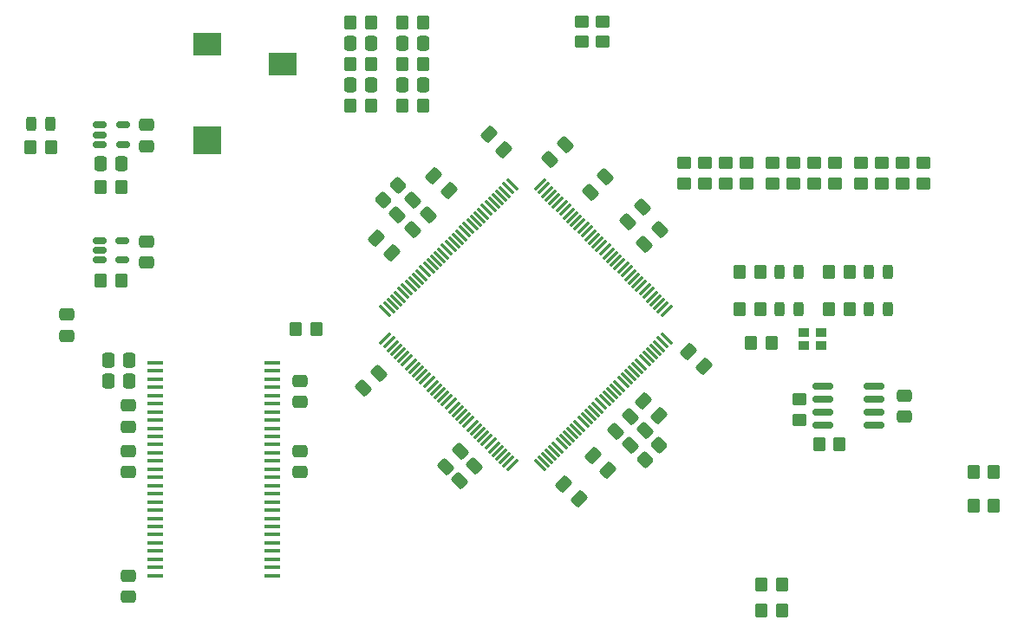
<source format=gbr>
%TF.GenerationSoftware,KiCad,Pcbnew,8.0.7*%
%TF.CreationDate,2025-01-22T16:06:57-05:00*%
%TF.ProjectId,vaudeo,76617564-656f-42e6-9b69-6361645f7063,rev?*%
%TF.SameCoordinates,Original*%
%TF.FileFunction,Paste,Top*%
%TF.FilePolarity,Positive*%
%FSLAX46Y46*%
G04 Gerber Fmt 4.6, Leading zero omitted, Abs format (unit mm)*
G04 Created by KiCad (PCBNEW 8.0.7) date 2025-01-22 16:06:57*
%MOMM*%
%LPD*%
G01*
G04 APERTURE LIST*
G04 Aperture macros list*
%AMRoundRect*
0 Rectangle with rounded corners*
0 $1 Rounding radius*
0 $2 $3 $4 $5 $6 $7 $8 $9 X,Y pos of 4 corners*
0 Add a 4 corners polygon primitive as box body*
4,1,4,$2,$3,$4,$5,$6,$7,$8,$9,$2,$3,0*
0 Add four circle primitives for the rounded corners*
1,1,$1+$1,$2,$3*
1,1,$1+$1,$4,$5*
1,1,$1+$1,$6,$7*
1,1,$1+$1,$8,$9*
0 Add four rect primitives between the rounded corners*
20,1,$1+$1,$2,$3,$4,$5,0*
20,1,$1+$1,$4,$5,$6,$7,0*
20,1,$1+$1,$6,$7,$8,$9,0*
20,1,$1+$1,$8,$9,$2,$3,0*%
G04 Aperture macros list end*
%ADD10RoundRect,0.250000X0.350000X0.450000X-0.350000X0.450000X-0.350000X-0.450000X0.350000X-0.450000X0*%
%ADD11RoundRect,0.250000X0.574524X0.097227X0.097227X0.574524X-0.574524X-0.097227X-0.097227X-0.574524X0*%
%ADD12RoundRect,0.250000X0.450000X-0.350000X0.450000X0.350000X-0.450000X0.350000X-0.450000X-0.350000X0*%
%ADD13RoundRect,0.250000X0.070711X-0.565685X0.565685X-0.070711X-0.070711X0.565685X-0.565685X0.070711X0*%
%ADD14RoundRect,0.250000X-0.475000X0.337500X-0.475000X-0.337500X0.475000X-0.337500X0.475000X0.337500X0*%
%ADD15RoundRect,0.243750X-0.243750X-0.456250X0.243750X-0.456250X0.243750X0.456250X-0.243750X0.456250X0*%
%ADD16RoundRect,0.250000X-0.450000X0.350000X-0.450000X-0.350000X0.450000X-0.350000X0.450000X0.350000X0*%
%ADD17RoundRect,0.250000X-0.350000X-0.450000X0.350000X-0.450000X0.350000X0.450000X-0.350000X0.450000X0*%
%ADD18RoundRect,0.250000X-0.097227X0.574524X-0.574524X0.097227X0.097227X-0.574524X0.574524X-0.097227X0*%
%ADD19RoundRect,0.250000X0.475000X-0.337500X0.475000X0.337500X-0.475000X0.337500X-0.475000X-0.337500X0*%
%ADD20R,1.510000X0.458000*%
%ADD21RoundRect,0.250000X-0.574524X-0.097227X-0.097227X-0.574524X0.574524X0.097227X0.097227X0.574524X0*%
%ADD22RoundRect,0.150000X-0.825000X-0.150000X0.825000X-0.150000X0.825000X0.150000X-0.825000X0.150000X0*%
%ADD23RoundRect,0.150000X-0.512500X-0.150000X0.512500X-0.150000X0.512500X0.150000X-0.512500X0.150000X0*%
%ADD24RoundRect,0.250000X0.097227X-0.574524X0.574524X-0.097227X-0.097227X0.574524X-0.574524X0.097227X0*%
%ADD25RoundRect,0.250000X-0.337500X-0.475000X0.337500X-0.475000X0.337500X0.475000X-0.337500X0.475000X0*%
%ADD26RoundRect,0.250000X0.337500X0.475000X-0.337500X0.475000X-0.337500X-0.475000X0.337500X-0.475000X0*%
%ADD27R,1.100000X0.900000*%
%ADD28RoundRect,0.075000X-0.415425X-0.521491X0.521491X0.415425X0.415425X0.521491X-0.521491X-0.415425X0*%
%ADD29RoundRect,0.075000X0.415425X-0.521491X0.521491X-0.415425X-0.415425X0.521491X-0.521491X0.415425X0*%
%ADD30R,2.800000X2.200000*%
%ADD31R,2.800000X2.800000*%
G04 APERTURE END LIST*
D10*
%TO.C,R18*%
X163560000Y-72771000D03*
X161560000Y-72771000D03*
%TD*%
D11*
%TO.C,C13*%
X171167623Y-81124623D03*
X169700377Y-79657377D03*
%TD*%
%TO.C,C12*%
X165579623Y-87220623D03*
X164112377Y-85753377D03*
%TD*%
D12*
%TO.C,R30*%
X184166334Y-66548000D03*
X184166334Y-64548000D03*
%TD*%
D13*
%TO.C,R9*%
X190300893Y-107387107D03*
X191715107Y-105972893D03*
%TD*%
D14*
%TO.C,C29*%
X156591000Y-106531500D03*
X156591000Y-108606500D03*
%TD*%
D12*
%TO.C,R21*%
X194123665Y-80391000D03*
X194123665Y-78391000D03*
%TD*%
D15*
%TO.C,D3*%
X212152500Y-89027000D03*
X214027500Y-89027000D03*
%TD*%
D10*
%TO.C,R12*%
X224393000Y-111887000D03*
X222393000Y-111887000D03*
%TD*%
D16*
%TO.C,R37*%
X205359000Y-101489000D03*
X205359000Y-103489000D03*
%TD*%
D17*
%TO.C,R17*%
X166624000Y-64643000D03*
X168624000Y-64643000D03*
%TD*%
D18*
%TO.C,C10*%
X164309623Y-98961377D03*
X162842377Y-100428623D03*
%TD*%
D13*
%TO.C,R10*%
X164773893Y-81987107D03*
X166188107Y-80572893D03*
%TD*%
D18*
%TO.C,C20*%
X169135623Y-83467377D03*
X167668377Y-84934623D03*
%TD*%
D17*
%TO.C,R5*%
X208272000Y-92710000D03*
X210272000Y-92710000D03*
%TD*%
%TO.C,R2*%
X199560250Y-89027000D03*
X201560250Y-89027000D03*
%TD*%
D18*
%TO.C,C23*%
X188887058Y-103141677D03*
X187419812Y-104608923D03*
%TD*%
D19*
%TO.C,C5*%
X215662000Y-103221500D03*
X215662000Y-101146500D03*
%TD*%
D14*
%TO.C,C16*%
X141605000Y-86063000D03*
X141605000Y-88138000D03*
%TD*%
D12*
%TO.C,R32*%
X213427665Y-80391000D03*
X213427665Y-78391000D03*
%TD*%
D20*
%TO.C,U5*%
X142459000Y-97931000D03*
X142459000Y-98731000D03*
X142459000Y-99531000D03*
X142459000Y-100331000D03*
X142459000Y-101131000D03*
X142459000Y-101931000D03*
X142459000Y-102731000D03*
X142459000Y-103531000D03*
X142459000Y-104331000D03*
X142459000Y-105131000D03*
X142459000Y-105931000D03*
X142459000Y-106731000D03*
X142459000Y-107531000D03*
X142459000Y-108331000D03*
X142459000Y-109131000D03*
X142459000Y-109931000D03*
X142459000Y-110731000D03*
X142459000Y-111531000D03*
X142459000Y-112331000D03*
X142459000Y-113131000D03*
X142459000Y-113931000D03*
X142459000Y-114731000D03*
X142459000Y-115531000D03*
X142459000Y-116331000D03*
X142459000Y-117131000D03*
X142459000Y-117931000D03*
X142459000Y-118731000D03*
X153959000Y-118731000D03*
X153959000Y-117931000D03*
X153959000Y-117131000D03*
X153959000Y-116331000D03*
X153959000Y-115531000D03*
X153959000Y-114731000D03*
X153959000Y-113931000D03*
X153959000Y-113131000D03*
X153959000Y-112331000D03*
X153959000Y-111531000D03*
X153959000Y-110731000D03*
X153959000Y-109931000D03*
X153959000Y-109131000D03*
X153959000Y-108331000D03*
X153959000Y-107531000D03*
X153959000Y-106731000D03*
X153959000Y-105931000D03*
X153959000Y-105131000D03*
X153959000Y-104331000D03*
X153959000Y-103531000D03*
X153959000Y-102731000D03*
X153959000Y-101931000D03*
X153959000Y-101131000D03*
X153959000Y-100331000D03*
X153959000Y-99531000D03*
X153959000Y-98731000D03*
X153959000Y-97931000D03*
%TD*%
D21*
%TO.C,C3*%
X182400377Y-109756377D03*
X183867623Y-111223623D03*
%TD*%
D22*
%TO.C,U2*%
X207710000Y-100203000D03*
X207710000Y-101473000D03*
X207710000Y-102743000D03*
X207710000Y-104013000D03*
X212660000Y-104013000D03*
X212660000Y-102743000D03*
X212660000Y-101473000D03*
X212660000Y-100203000D03*
%TD*%
D12*
%TO.C,R22*%
X196155665Y-80391000D03*
X196155665Y-78391000D03*
%TD*%
D23*
%TO.C,U4*%
X137044000Y-74681000D03*
X137044000Y-75631000D03*
X137044000Y-76581000D03*
X139319000Y-76581000D03*
X139319000Y-74681000D03*
%TD*%
D15*
%TO.C,D2*%
X203432750Y-92710000D03*
X205307750Y-92710000D03*
%TD*%
D10*
%TO.C,R13*%
X224393000Y-108585000D03*
X222393000Y-108585000D03*
%TD*%
D12*
%TO.C,R23*%
X198187665Y-80391000D03*
X198187665Y-78391000D03*
%TD*%
D24*
%TO.C,C15*%
X184968754Y-81223246D03*
X186436000Y-79756000D03*
%TD*%
D25*
%TO.C,C33*%
X161501000Y-66675000D03*
X163576000Y-66675000D03*
%TD*%
D12*
%TO.C,R27*%
X206823665Y-80391000D03*
X206823665Y-78391000D03*
%TD*%
D15*
%TO.C,D1*%
X203432750Y-89027000D03*
X205307750Y-89027000D03*
%TD*%
D10*
%TO.C,R14*%
X158226000Y-94615000D03*
X156226000Y-94615000D03*
%TD*%
%TO.C,R20*%
X163560000Y-64643000D03*
X161560000Y-64643000D03*
%TD*%
D17*
%TO.C,R15*%
X166624000Y-72771000D03*
X168624000Y-72771000D03*
%TD*%
D21*
%TO.C,C11*%
X190175754Y-101656754D03*
X191643000Y-103124000D03*
%TD*%
D24*
%TO.C,C14*%
X181031754Y-78048246D03*
X182499000Y-76581000D03*
%TD*%
D25*
%TO.C,C34*%
X161522500Y-70739000D03*
X163597500Y-70739000D03*
%TD*%
D10*
%TO.C,R6*%
X209329000Y-105918000D03*
X207329000Y-105918000D03*
%TD*%
D12*
%TO.C,R24*%
X200219665Y-80375000D03*
X200219665Y-78375000D03*
%TD*%
D21*
%TO.C,C8*%
X185222754Y-106990754D03*
X186690000Y-108458000D03*
%TD*%
D10*
%TO.C,R19*%
X163560000Y-68707000D03*
X161560000Y-68707000D03*
%TD*%
D18*
%TO.C,C2*%
X172282246Y-106609754D03*
X170815000Y-108077000D03*
%TD*%
D17*
%TO.C,R36*%
X201708000Y-119634000D03*
X203708000Y-119634000D03*
%TD*%
D12*
%TO.C,R34*%
X217491665Y-80391000D03*
X217491665Y-78391000D03*
%TD*%
D15*
%TO.C,D4*%
X212152500Y-92710000D03*
X214027500Y-92710000D03*
%TD*%
D23*
%TO.C,U3*%
X137033000Y-85979000D03*
X137033000Y-86929000D03*
X137033000Y-87879000D03*
X139308000Y-87879000D03*
X139308000Y-85979000D03*
%TD*%
D12*
%TO.C,R33*%
X215459665Y-80391000D03*
X215459665Y-78391000D03*
%TD*%
D19*
%TO.C,C30*%
X156591000Y-101748500D03*
X156591000Y-99673500D03*
%TD*%
D12*
%TO.C,R28*%
X208855665Y-80391000D03*
X208855665Y-78391000D03*
%TD*%
D18*
%TO.C,C21*%
X167616840Y-81998459D03*
X166149594Y-83465705D03*
%TD*%
D24*
%TO.C,C4*%
X188623377Y-84172623D03*
X190090623Y-82705377D03*
%TD*%
D12*
%TO.C,R25*%
X202759665Y-80375000D03*
X202759665Y-78375000D03*
%TD*%
D14*
%TO.C,C24*%
X139827000Y-118723500D03*
X139827000Y-120798500D03*
%TD*%
D11*
%TO.C,C1*%
X176530000Y-77089000D03*
X175062754Y-75621754D03*
%TD*%
D26*
%TO.C,C31*%
X168661500Y-66675000D03*
X166586500Y-66675000D03*
%TD*%
D24*
%TO.C,C6*%
X190274377Y-86331623D03*
X191741623Y-84864377D03*
%TD*%
D14*
%TO.C,C17*%
X141605000Y-74654500D03*
X141605000Y-76729500D03*
%TD*%
D15*
%TO.C,D5*%
X130350500Y-74594500D03*
X132225500Y-74594500D03*
%TD*%
D10*
%TO.C,R11*%
X132318000Y-76835000D03*
X130318000Y-76835000D03*
%TD*%
D19*
%TO.C,C25*%
X139827000Y-108606500D03*
X139827000Y-106531500D03*
%TD*%
D26*
%TO.C,C28*%
X139975500Y-97663000D03*
X137900500Y-97663000D03*
%TD*%
D25*
%TO.C,C18*%
X137138500Y-78486000D03*
X139213500Y-78486000D03*
%TD*%
D10*
%TO.C,R35*%
X203692000Y-122174000D03*
X201692000Y-122174000D03*
%TD*%
D27*
%TO.C,X1*%
X207518000Y-94966000D03*
X205818000Y-94966000D03*
X205818000Y-96266000D03*
X207518000Y-96266000D03*
%TD*%
D18*
%TO.C,C9*%
X173679246Y-108006754D03*
X172212000Y-109474000D03*
%TD*%
D14*
%TO.C,C19*%
X133858000Y-93211500D03*
X133858000Y-95286500D03*
%TD*%
D26*
%TO.C,C27*%
X139975500Y-99695000D03*
X137900500Y-99695000D03*
%TD*%
D17*
%TO.C,R16*%
X166624000Y-68707000D03*
X168624000Y-68707000D03*
%TD*%
D12*
%TO.C,R31*%
X211395665Y-80391000D03*
X211395665Y-78391000D03*
%TD*%
%TO.C,R29*%
X186198334Y-66548000D03*
X186198334Y-64548000D03*
%TD*%
D10*
%TO.C,R8*%
X139176000Y-80772000D03*
X137176000Y-80772000D03*
%TD*%
D18*
%TO.C,C22*%
X190344623Y-104549377D03*
X188877377Y-106016623D03*
%TD*%
D26*
%TO.C,C32*%
X168661500Y-70739000D03*
X166586500Y-70739000D03*
%TD*%
D10*
%TO.C,R7*%
X139176000Y-89916000D03*
X137176000Y-89916000D03*
%TD*%
D17*
%TO.C,R3*%
X199560250Y-92710000D03*
X201560250Y-92710000D03*
%TD*%
D21*
%TO.C,C7*%
X194592377Y-96802377D03*
X196059623Y-98269623D03*
%TD*%
D12*
%TO.C,R26*%
X204791665Y-80391000D03*
X204791665Y-78391000D03*
%TD*%
D19*
%TO.C,C26*%
X139827000Y-104183000D03*
X139827000Y-102108000D03*
%TD*%
D10*
%TO.C,R1*%
X202692000Y-96012000D03*
X200692000Y-96012000D03*
%TD*%
D28*
%TO.C,U1*%
X164962290Y-95586340D03*
X165315844Y-95939894D03*
X165669397Y-96293447D03*
X166022950Y-96647000D03*
X166376504Y-97000554D03*
X166730057Y-97354107D03*
X167083610Y-97707661D03*
X167437164Y-98061214D03*
X167790717Y-98414767D03*
X168144271Y-98768321D03*
X168497824Y-99121874D03*
X168851377Y-99475428D03*
X169204931Y-99828981D03*
X169558484Y-100182534D03*
X169912038Y-100536088D03*
X170265591Y-100889641D03*
X170619144Y-101243194D03*
X170972698Y-101596748D03*
X171326251Y-101950302D03*
X171679805Y-102303856D03*
X172033358Y-102657409D03*
X172386911Y-103010962D03*
X172740465Y-103364516D03*
X173094018Y-103718069D03*
X173447571Y-104071623D03*
X173801125Y-104425176D03*
X174154678Y-104778729D03*
X174508232Y-105132283D03*
X174861785Y-105485836D03*
X175215338Y-105839390D03*
X175568892Y-106192943D03*
X175922445Y-106546496D03*
X176275999Y-106900050D03*
X176629552Y-107253603D03*
X176983105Y-107607156D03*
X177336659Y-107960710D03*
D29*
X180041340Y-107960710D03*
X180394894Y-107607156D03*
X180748447Y-107253603D03*
X181102000Y-106900050D03*
X181455554Y-106546496D03*
X181809107Y-106192943D03*
X182162661Y-105839390D03*
X182516214Y-105485836D03*
X182869767Y-105132283D03*
X183223321Y-104778729D03*
X183576874Y-104425176D03*
X183930428Y-104071623D03*
X184283981Y-103718069D03*
X184637534Y-103364516D03*
X184991088Y-103010962D03*
X185344641Y-102657409D03*
X185698194Y-102303856D03*
X186051748Y-101950302D03*
X186405302Y-101596749D03*
X186758856Y-101243195D03*
X187112409Y-100889642D03*
X187465962Y-100536089D03*
X187819516Y-100182535D03*
X188173069Y-99828982D03*
X188526623Y-99475429D03*
X188880176Y-99121875D03*
X189233729Y-98768322D03*
X189587283Y-98414768D03*
X189940836Y-98061215D03*
X190294390Y-97707662D03*
X190647943Y-97354108D03*
X191001496Y-97000555D03*
X191355050Y-96647001D03*
X191708603Y-96293448D03*
X192062156Y-95939895D03*
X192415710Y-95586341D03*
D28*
X192415710Y-92881660D03*
X192062156Y-92528106D03*
X191708603Y-92174553D03*
X191355050Y-91821000D03*
X191001496Y-91467446D03*
X190647943Y-91113893D03*
X190294390Y-90760339D03*
X189940836Y-90406786D03*
X189587283Y-90053233D03*
X189233729Y-89699679D03*
X188880176Y-89346126D03*
X188526623Y-88992572D03*
X188173069Y-88639019D03*
X187819516Y-88285466D03*
X187465962Y-87931912D03*
X187112409Y-87578359D03*
X186758856Y-87224806D03*
X186405302Y-86871252D03*
X186051749Y-86517698D03*
X185698195Y-86164144D03*
X185344642Y-85810591D03*
X184991089Y-85457038D03*
X184637535Y-85103484D03*
X184283982Y-84749931D03*
X183930429Y-84396377D03*
X183576875Y-84042824D03*
X183223322Y-83689271D03*
X182869768Y-83335717D03*
X182516215Y-82982164D03*
X182162662Y-82628610D03*
X181809108Y-82275057D03*
X181455555Y-81921504D03*
X181102001Y-81567950D03*
X180748448Y-81214397D03*
X180394895Y-80860844D03*
X180041341Y-80507290D03*
D29*
X177336660Y-80507290D03*
X176983106Y-80860844D03*
X176629553Y-81214397D03*
X176276000Y-81567950D03*
X175922446Y-81921504D03*
X175568893Y-82275057D03*
X175215339Y-82628610D03*
X174861786Y-82982164D03*
X174508233Y-83335717D03*
X174154679Y-83689271D03*
X173801126Y-84042824D03*
X173447572Y-84396377D03*
X173094019Y-84749931D03*
X172740466Y-85103484D03*
X172386912Y-85457038D03*
X172033359Y-85810591D03*
X171679806Y-86164144D03*
X171326252Y-86517698D03*
X170972698Y-86871251D03*
X170619144Y-87224805D03*
X170265591Y-87578358D03*
X169912038Y-87931911D03*
X169558484Y-88285465D03*
X169204931Y-88639018D03*
X168851377Y-88992571D03*
X168497824Y-89346125D03*
X168144271Y-89699678D03*
X167790717Y-90053232D03*
X167437164Y-90406785D03*
X167083610Y-90760338D03*
X166730057Y-91113892D03*
X166376504Y-91467445D03*
X166022950Y-91820999D03*
X165669397Y-92174552D03*
X165315844Y-92528105D03*
X164962290Y-92881659D03*
%TD*%
D30*
%TO.C,J1*%
X154957000Y-68758000D03*
X147557000Y-66758000D03*
D31*
X147557000Y-76158000D03*
%TD*%
D17*
%TO.C,R4*%
X208280000Y-89027000D03*
X210280000Y-89027000D03*
%TD*%
M02*

</source>
